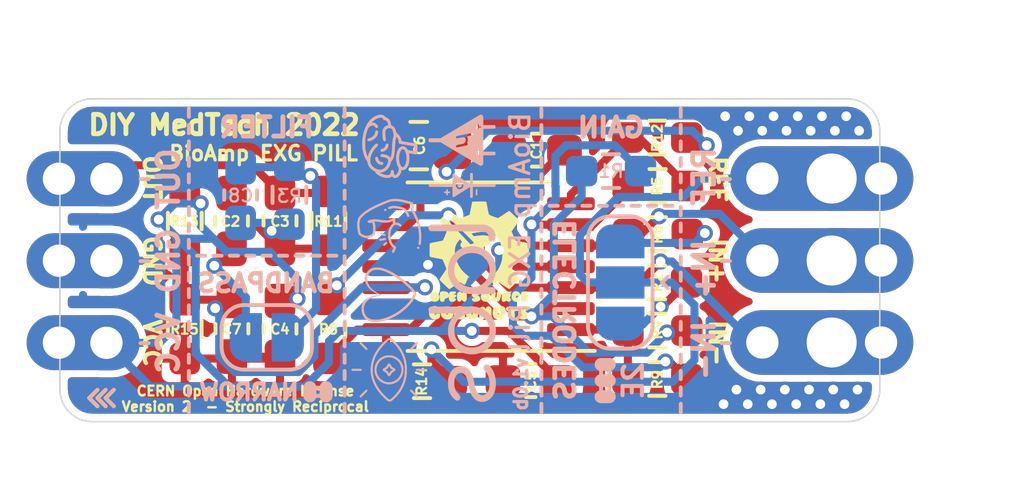
<source format=kicad_pcb>
(kicad_pcb (version 20171130) (host pcbnew 5.1.10-88a1d61d58~90~ubuntu20.04.1)
  (title_block (title "BioAmp EXG Pill") (date 2021-08-06) (rev 1.0b) (company "Upside Down Labs") (comment 1 "Records EMG, ECG, EOG, and EEG") (comment 2 "5v compatible EXG Hardware") (comment 3 "Single chip Biopotential amplifier") (comment 4 "TL074H based BioAmp"))
  (layers (0 F.Cu signal) (31 B.Cu signal) (34 B.Paste user hide) (35 F.Paste user hide) (36 B.SilkS user) (37 F.SilkS user) (38 B.Mask user) (39 F.Mask user) (44 Edge.Cuts user))
  (net 0 "")
  (net 1 VCC)
  (net 2 GND)
  (net 3 OUT)
  (net 4 "Net-(R1-Pad1)")
  (net 5 DRL)
  (net 6 ampRef)
  (net 7 inaOUT)
  (net 8 IN+)
  (net 9 IN-)
  (net 10 "Net-(C2-Pad1)")
  (net 11 "Net-(C6-Pad2)")
  (net 12 "Net-(C7-Pad1)")
  (net 13 "Net-(R1-Pad2)")
  (net 14 "Net-(R4-Pad1)")
  (net 15 "Net-(JP1-Pad3)")
  (net 16 "Net-(JP1-Pad1)")
  (net 17 bpfIN)
  (module BioAmp:Coconut_logo (layer F.Cu) (at 123.9012 94.5896)
    (fp_text reference Ref** hide)
    (fp_text value Val** hide)
  )
  (module Connector_PinHeader_2.54mm:PinHeader_1x03_P2.54mm_Vertical (layer F.Cu) (at 134.85 91.93)
    (fp_text reference J2 hide)
    (fp_text value "BioAmp Input")
    (pad 3 thru_hole oval (at 0 5.08) (size 2 2) (drill 1.55) (layers *.Cu *.Mask) (net 9 IN-))
    (pad 2 thru_hole oval (at 0 2.54) (size 2 2) (drill 1.55) (layers *.Cu *.Mask) (net 8 IN+))
    (pad 1 thru_hole oval (at 0 0) (size 2 2) (drill 1.55) (layers *.Cu *.Mask) (net 5 DRL))
  )
  (module udlabs:EXG (layer B.Cu) (at 122.2 94.4 270)
    (fp_text reference U2 hide)
    (fp_text value LOGO_UDLABS hide)
  )
  (module Jumper:SolderJumper-3_P1.3mm_Open_RoundedPad1.0x1.5mm (layer B.Cu) (at 128.3 95.15 90)
    (fp_text reference JP1 hide)
    (fp_text value SolderJumper_3_Open hide)
    (pad 2 smd rect (at 0 0 90) (size 1 1.5) (layers B.Cu B.Mask) (net 5 DRL))
    (pad 3 smd custom (at 1.3 0 90) (size 1 0.5) (layers B.Cu B.Mask) (net 15 "Net-(JP1-Pad3)") (options (clearance outline) (anchor rect)) (primitives (gr_circle (center 0 -0.25) (end 0.5 -0.25) (width 0)) (gr_circle (center 0 0.25) (end 0.5 0.25) (width 0)) (gr_poly (pts (xy -0.55 0.75) (xy 0 0.75) (xy 0 -0.75) (xy -0.55 -0.75)) (width 0))))
    (pad 1 smd custom (at -1.3 0 90) (size 1 0.5) (layers B.Cu B.Mask) (net 16 "Net-(JP1-Pad1)") (options (clearance outline) (anchor rect)) (primitives (gr_circle (center 0 -0.25) (end 0.5 -0.25) (width 0)) (gr_circle (center 0 0.25) (end 0.5 0.25) (width 0)) (gr_poly (pts (xy 0.55 0.75) (xy 0 0.75) (xy 0 -0.75) (xy 0.55 -0.75)) (width 0))))
  )
  (module Jumper:SolderJumper-2_P1.3mm_Open_RoundedPad1.0x1.5mm (layer B.Cu) (at 117.35 96.85)
    (fp_text reference JP2 hide)
    (fp_text value SolderJumper_2_Open hide)
    (pad 2 smd custom (at 0.65 0) (size 1 0.5) (layers B.Cu B.Mask) (net 3 OUT) (options (clearance outline) (anchor rect)) (primitives (gr_circle (center 0 -0.25) (end 0.5 -0.25) (width 0)) (gr_circle (center 0 0.25) (end 0.5 0.25) (width 0)) (gr_poly (pts (xy 0 0.75) (xy -0.5 0.75) (xy -0.5 -0.75) (xy 0 -0.75)) (width 0))))
    (pad 1 smd custom (at -0.65 0) (size 1 0.5) (layers B.Cu B.Mask) (net 10 "Net-(C2-Pad1)") (options (clearance outline) (anchor rect)) (primitives (gr_circle (center 0 -0.25) (end 0.5 -0.25) (width 0)) (gr_circle (center 0 0.25) (end 0.5 0.25) (width 0)) (gr_poly (pts (xy 0 0.75) (xy 0.5 0.75) (xy 0.5 -0.75) (xy 0 -0.75)) (width 0))))
  )
  (module Resistor_SMD:R_0603_1608Metric_Pad0.98x0.95mm_HandSolder (layer B.Cu) (at 118.05 92.4325 270)
    (fp_text reference R3 (at 0.0375 0 180) (layer B.SilkS) (effects (font (size 0.4 0.4) (thickness 0.07)) (justify mirror)))
    (fp_text value BPFC_R)
    (pad 2 smd roundrect (at 0.9125 0 270) (size 0.975 0.95) (layers B.Cu B.Paste B.Mask) (net 17 bpfIN))
    (pad 1 smd roundrect (at -0.9125 0 270) (size 0.975 0.95) (layers B.Cu B.Paste B.Mask) (net 3 OUT))
  )
  (module Capacitor_SMD:C_0603_1608Metric_Pad1.08x0.95mm_HandSolder (layer B.Cu) (at 116.54 92.44 270)
    (fp_text reference C8 (at 0.02 0) (layer B.SilkS) (effects (font (size 0.4 0.4) (thickness 0.07)) (justify mirror)))
    (fp_text value BPFC_C)
    (pad 2 smd roundrect (at 0.8625 0 270) (size 1.075 0.95) (layers B.Cu B.Paste B.Mask) (net 17 bpfIN))
    (pad 1 smd roundrect (at -0.8625 0 270) (size 1.075 0.95) (layers B.Cu B.Paste B.Mask) (net 3 OUT))
  )
  (module Resistor_SMD:R_0603_1608Metric_Pad0.98x0.95mm_HandSolder (layer F.Cu) (at 119.259 96.59 270)
    (fp_text reference R8 (at 0.01 0 180) (layer F.SilkS) (effects (font (size 0.3 0.3) (thickness 0.07))))
    (fp_text value 10K)
    (pad 1 smd roundrect (at -0.9125 0 270) (size 0.975 0.95) (layers F.Cu F.Paste F.Mask) (net 13 "Net-(R1-Pad2)"))
    (pad 2 smd roundrect (at 0.9125 0 270) (size 0.975 0.95) (layers F.Cu F.Paste F.Mask) (net 6 ampRef))
  )
  (module Connector_PinHeader_2.54mm:PinHeader_1x03_P2.54mm_Vertical (layer F.Cu) (at 132.7023 91.93)
    (fp_text reference J2 hide)
    (fp_text value "BioAmp Input")
    (pad 3 thru_hole oval (at 0 5.08) (size 4.5 2) (drill 1 (offset 1.25 0)) (layers *.Cu *.Mask) (net 9 IN-))
    (pad 2 thru_hole oval (at 0 2.54) (size 4.5 2) (drill 1 (offset 1.25 0)) (layers *.Cu *.Mask) (net 8 IN+))
    (pad 1 thru_hole oval (at 0 0) (size 4.5 2) (drill 1 (offset 1.25 0)) (layers *.Cu *.Mask) (net 5 DRL))
  )
  (module Capacitor_SMD:C_0603_1608Metric_Pad1.08x0.95mm_HandSolder (layer F.Cu) (at 125.709 91.05 180)
    (fp_text reference C1 (at 0 0.009 90) (layer F.SilkS) (effects (font (size 0.3 0.3) (thickness 0.07))))
    (fp_text value 2.2nF)
    (pad 2 smd roundrect (at 0.8625 0 180) (size 1.075 0.95) (layers F.Cu F.Paste F.Mask) (net 9 IN-))
    (pad 1 smd roundrect (at -0.8625 0 180) (size 1.075 0.95) (layers F.Cu F.Paste F.Mask) (net 8 IN+))
  )
  (module Capacitor_SMD:C_0603_1608Metric_Pad1.08x0.95mm_HandSolder (layer F.Cu) (at 116.2558 93.2434 90)
    (fp_text reference C2 (at -0.0166 -0.0258 180) (layer F.SilkS) (effects (font (size 0.3 0.3) (thickness 0.07))))
    (fp_text value 47nF)
    (pad 1 smd roundrect (at -0.8625 0 90) (size 1.075 0.95) (layers F.Cu F.Paste F.Mask) (net 10 "Net-(C2-Pad1)"))
    (pad 2 smd roundrect (at 0.8625 0 90) (size 1.075 0.95) (layers F.Cu F.Paste F.Mask) (net 17 bpfIN))
  )
  (module Package_SO:TSSOP-14_4.4x5mm_P0.65mm (layer F.Cu) (at 123.909 94.66 180)
    (fp_text reference U1)
    (fp_text value TL074)
    (pad 1 smd roundrect (at -2.8625 -1.95 180) (size 1.475 0.4) (layers F.Cu F.Paste F.Mask) (net 14 "Net-(R4-Pad1)"))
    (pad 2 smd roundrect (at -2.8625 -1.3 180) (size 1.475 0.4) (layers F.Cu F.Paste F.Mask) (net 13 "Net-(R1-Pad2)"))
    (pad 3 smd roundrect (at -2.8625 -0.65 180) (size 1.475 0.4) (layers F.Cu F.Paste F.Mask) (net 9 IN-))
    (pad 4 smd roundrect (at -2.8625 0 180) (size 1.475 0.4) (layers F.Cu F.Paste F.Mask) (net 1 VCC))
    (pad 5 smd roundrect (at -2.8625 0.65 180) (size 1.475 0.4) (layers F.Cu F.Paste F.Mask) (net 8 IN+))
    (pad 6 smd roundrect (at -2.8625 1.3 180) (size 1.475 0.4) (layers F.Cu F.Paste F.Mask) (net 4 "Net-(R1-Pad1)"))
    (pad 7 smd roundrect (at -2.8625 1.95 180) (size 1.475 0.4) (layers F.Cu F.Paste F.Mask) (net 7 inaOUT))
    (pad 8 smd roundrect (at 2.8625 1.95 180) (size 1.475 0.4) (layers F.Cu F.Paste F.Mask) (net 3 OUT))
    (pad 9 smd roundrect (at 2.8625 1.3 180) (size 1.475 0.4) (layers F.Cu F.Paste F.Mask) (net 17 bpfIN))
    (pad 10 smd roundrect (at 2.8625 0.65 180) (size 1.475 0.4) (layers F.Cu F.Paste F.Mask) (net 6 ampRef))
    (pad 11 smd roundrect (at 2.8625 0 180) (size 1.475 0.4) (layers F.Cu F.Paste F.Mask) (net 2 GND))
    (pad 12 smd roundrect (at 2.8625 -0.65 180) (size 1.475 0.4) (layers F.Cu F.Paste F.Mask) (net 12 "Net-(C7-Pad1)"))
    (pad 13 smd roundrect (at 2.8625 -1.3 180) (size 1.475 0.4) (layers F.Cu F.Paste F.Mask) (net 6 ampRef))
    (pad 14 smd roundrect (at 2.8625 -1.95 180) (size 1.475 0.4) (layers F.Cu F.Paste F.Mask) (net 6 ampRef))
  )
  (module Resistor_SMD:R_0603_1608Metric_Pad0.98x0.95mm_HandSolder (layer F.Cu) (at 129.4403 95.1484 180)
    (fp_text reference R2 (at -0.0097 -0.0116 90) (layer F.SilkS) (effects (font (size 0.3 0.3) (thickness 0.07))))
    (fp_text value 1M)
    (pad 1 smd roundrect (at -0.9125 0 180) (size 0.975 0.95) (layers F.Cu F.Paste F.Mask) (net 16 "Net-(JP1-Pad1)"))
    (pad 2 smd roundrect (at 0.9125 0 180) (size 0.975 0.95) (layers F.Cu F.Paste F.Mask) (net 9 IN-))
  )
  (module Resistor_SMD:R_0603_1608Metric_Pad0.98x0.95mm_HandSolder (layer F.Cu) (at 129.4638 93.6498)
    (fp_text reference R6 (at -0.0138 0.0102 90) (layer F.SilkS) (effects (font (size 0.3 0.3) (thickness 0.07))))
    (fp_text value 1M)
    (pad 1 smd roundrect (at -0.9125 0) (size 0.975 0.95) (layers F.Cu F.Paste F.Mask) (net 8 IN+))
    (pad 2 smd roundrect (at 0.9125 0) (size 0.975 0.95) (layers F.Cu F.Paste F.Mask) (net 15 "Net-(JP1-Pad3)"))
  )
  (module Resistor_SMD:R_0603_1608Metric_Pad0.98x0.95mm_HandSolder (layer B.Cu) (at 128.016 91.7 180)
    (fp_text reference R1 (at 0 0) (layer B.SilkS) (effects (font (size 0.4 0.4) (thickness 0.07)) (justify mirror)))
    (fp_text value RG)
    (pad 2 smd roundrect (at 0.9125 0 180) (size 0.975 0.95) (layers B.Cu B.Paste B.Mask) (net 13 "Net-(R1-Pad2)"))
    (pad 1 smd roundrect (at -0.9125 0 180) (size 0.975 0.95) (layers B.Cu B.Paste B.Mask) (net 4 "Net-(R1-Pad1)"))
  )
  (module Connector_PinHeader_2.54mm:PinHeader_1x03_P2.54mm_Vertical (layer F.Cu) (at 110.9091 91.9353)
    (fp_text reference J1 hide)
    (fp_text value "BioAmp Output")
    (pad 3 thru_hole oval (at 0 5.08) (size 3.5 1.7) (drill 1 (offset 0.75 0)) (layers *.Cu *.Mask) (net 1 VCC))
    (pad 2 thru_hole oval (at 0 2.54) (size 3.5 1.7) (drill 1 (offset 0.75 0)) (layers *.Cu *.Mask) (net 2 GND))
    (pad 1 thru_hole oval (at 0 0) (size 3.5 1.7) (drill 1 (offset 0.75 0)) (layers *.Cu *.Mask) (net 3 OUT))
  )
  (module Connector_PinHeader_2.54mm:PinHeader_1x03_P2.54mm_Vertical (layer F.Cu) (at 136.38 91.93)
    (fp_text reference J2 hide)
    (fp_text value "BioAmp Input")
    (pad 1 thru_hole oval (at 0 0) (size 3.5 2) (drill 1 (offset -0.75 0)) (layers *.Cu *.Mask) (net 5 DRL))
    (pad 2 thru_hole oval (at 0 2.54) (size 3.5 2) (drill 1 (offset -0.75 0)) (layers *.Cu *.Mask) (net 8 IN+))
    (pad 3 thru_hole oval (at 0 5.08) (size 3.5 2) (drill 1 (offset -0.75 0)) (layers *.Cu *.Mask) (net 9 IN-))
  )
  (module Capacitor_SMD:C_0805_2012Metric_Pad1.18x1.45mm_HandSolder (layer F.Cu) (at 122.059 90.91)
    (fp_text reference C6 (at 0.0275 -0.005 90) (layer F.SilkS) (effects (font (size 0.3 0.3) (thickness 0.07))))
    (fp_text value 47uF)
    (pad 1 smd roundrect (at -1.0375 0) (size 1.175 1.45) (layers F.Cu F.Paste F.Mask) (roundrect_rratio 0.2127659574468085) (net 17 bpfIN))
    (pad 2 smd roundrect (at 1.0375 0) (size 1.175 1.45) (layers F.Cu F.Paste F.Mask) (roundrect_rratio 0.2127659574468085) (net 11 "Net-(C6-Pad2)"))
  )
  (module Capacitor_SMD:C_0603_1608Metric_Pad1.08x0.95mm_HandSolder (layer F.Cu) (at 125.529 98.19)
    (fp_text reference C5 (at 0 0 90) (layer F.SilkS) (effects (font (size 0.3 0.3) (thickness 0.07))))
    (fp_text value 4.7uF)
    (pad 1 smd roundrect (at -0.8625 0) (size 1.075 0.95) (layers F.Cu F.Paste F.Mask) (net 2 GND))
    (pad 2 smd roundrect (at 0.8625 0) (size 1.075 0.95) (layers F.Cu F.Paste F.Mask) (net 1 VCC))
  )
  (module Resistor_SMD:R_0603_1608Metric_Pad0.98x0.95mm_HandSolder (layer F.Cu) (at 122.159 98.21 180)
    (fp_text reference R14 (at 0.009 -0.01 90) (layer F.SilkS) (effects (font (size 0.3 0.3) (thickness 0.07))))
    (fp_text value 1k)
    (pad 1 smd roundrect (at -0.9125 0 180) (size 0.975 0.95) (layers F.Cu F.Paste F.Mask) (net 5 DRL))
    (pad 2 smd roundrect (at 0.9125 0 180) (size 0.975 0.95) (layers F.Cu F.Paste F.Mask) (net 6 ampRef))
  )
  (module Resistor_SMD:R_0603_1608Metric_Pad0.98x0.95mm_HandSolder (layer F.Cu) (at 114.808 96.5962 90)
    (fp_text reference R15 (at -0.0038 -0.008 180) (layer F.SilkS) (effects (font (size 0.3 0.3) (thickness 0.07))))
    (fp_text value 10K)
    (pad 1 smd roundrect (at -0.9125 0 90) (size 0.975 0.95) (layers F.Cu F.Paste F.Mask) (net 2 GND))
    (pad 2 smd roundrect (at 0.9125 0 90) (size 0.975 0.95) (layers F.Cu F.Paste F.Mask) (net 12 "Net-(C7-Pad1)"))
  )
  (module Resistor_SMD:R_0603_1608Metric_Pad0.98x0.95mm_HandSolder (layer F.Cu) (at 114.808 93.2453 90)
    (fp_text reference R13 (at -0.0147 -0.008 180) (layer F.SilkS) (effects (font (size 0.3 0.3) (thickness 0.07))))
    (fp_text value 10K)
    (pad 1 smd roundrect (at -0.9125 0 90) (size 0.975 0.95) (layers F.Cu F.Paste F.Mask) (net 12 "Net-(C7-Pad1)"))
    (pad 2 smd roundrect (at 0.9125 0 90) (size 0.975 0.95) (layers F.Cu F.Paste F.Mask) (net 1 VCC))
  )
  (module Resistor_SMD:R_0603_1608Metric_Pad0.98x0.95mm_HandSolder (layer F.Cu) (at 119.259 93.24 270)
    (fp_text reference R11 (at 0.02 0 180) (layer F.SilkS) (effects (font (size 0.3 0.3) (thickness 0.07))))
    (fp_text value 1M)
    (pad 1 smd roundrect (at -0.9125 0 270) (size 0.975 0.95) (layers F.Cu F.Paste F.Mask) (net 3 OUT))
    (pad 2 smd roundrect (at 0.9125 0 270) (size 0.975 0.95) (layers F.Cu F.Paste F.Mask) (net 17 bpfIN))
  )
  (module Resistor_SMD:R_0603_1608Metric_Pad0.98x0.95mm_HandSolder (layer F.Cu) (at 129.449 90.66 180)
    (fp_text reference R12 (at -0.001 -0.01 90) (layer F.SilkS) (effects (font (size 0.3 0.3) (thickness 0.07))))
    (fp_text value 1K)
    (pad 1 smd roundrect (at -0.9125 0 180) (size 0.975 0.95) (layers F.Cu F.Paste F.Mask) (net 11 "Net-(C6-Pad2)"))
    (pad 2 smd roundrect (at 0.9125 0 180) (size 0.975 0.95) (layers F.Cu F.Paste F.Mask) (net 7 inaOUT))
  )
  (module Resistor_SMD:R_0603_1608Metric_Pad0.98x0.95mm_HandSolder (layer F.Cu) (at 129.459 92.16 180)
    (fp_text reference R5 (at 0.009 0 270) (layer F.SilkS) (effects (font (size 0.3 0.3) (thickness 0.07))))
    (fp_text value 10K)
    (pad 1 smd roundrect (at -0.9125 0 180) (size 0.975 0.95) (layers F.Cu F.Paste F.Mask) (net 7 inaOUT))
    (pad 2 smd roundrect (at 0.9125 0 180) (size 0.975 0.95) (layers F.Cu F.Paste F.Mask) (net 4 "Net-(R1-Pad1)"))
  )
  (module Resistor_SMD:R_0603_1608Metric_Pad0.98x0.95mm_HandSolder (layer F.Cu) (at 129.449 98.14 180)
    (fp_text reference R9 (at -0.001 -0.02 90) (layer F.SilkS) (effects (font (size 0.3 0.3) (thickness 0.07))))
    (fp_text value 1K)
    (pad 1 smd roundrect (at -0.9125 0 180) (size 0.975 0.95) (layers F.Cu F.Paste F.Mask) (net 4 "Net-(R1-Pad1)"))
    (pad 2 smd roundrect (at 0.9125 0 180) (size 0.975 0.95) (layers F.Cu F.Paste F.Mask) (net 14 "Net-(R4-Pad1)"))
  )
  (module Resistor_SMD:R_0603_1608Metric_Pad0.98x0.95mm_HandSolder (layer F.Cu) (at 129.449 96.64)
    (fp_text reference R4 (at 0.001 -0.02 90) (layer F.SilkS) (effects (font (size 0.3 0.3) (thickness 0.07))))
    (fp_text value 1K)
    (pad 1 smd roundrect (at -0.9125 0) (size 0.975 0.95) (layers F.Cu F.Paste F.Mask) (net 14 "Net-(R4-Pad1)"))
    (pad 2 smd roundrect (at 0.9125 0) (size 0.975 0.95) (layers F.Cu F.Paste F.Mask) (net 13 "Net-(R1-Pad2)"))
  )
  (module Connector_PinHeader_2.54mm:PinHeader_1x03_P2.54mm_Vertical (layer F.Cu) (at 112.3828 91.94)
    (fp_text reference J1 hide)
    (fp_text value "BioAmp Output")
    (pad 1 thru_hole oval (at 0 0) (size 2 1.7) (drill 1) (layers *.Cu *.Mask) (net 3 OUT))
    (pad 2 thru_hole oval (at 0 2.54) (size 2 1.7) (drill 1) (layers *.Cu *.Mask) (net 2 GND))
    (pad 3 thru_hole oval (at 0 5.08) (size 2 1.7) (drill 1) (layers *.Cu *.Mask) (net 1 VCC))
  )
  (module Capacitor_SMD:C_0603_1608Metric_Pad1.08x0.95mm_HandSolder (layer F.Cu) (at 117.759 96.59 90)
    (fp_text reference C4 (at -0.01 0) (layer F.SilkS) (effects (font (size 0.3 0.3) (thickness 0.07))))
    (fp_text value 100nF)
    (pad 1 smd roundrect (at -0.8625 0 90) (size 1.075 0.95) (layers F.Cu F.Paste F.Mask) (net 2 GND))
    (pad 2 smd roundrect (at 0.8625 0 90) (size 1.075 0.95) (layers F.Cu F.Paste F.Mask) (net 1 VCC))
  )
  (module Capacitor_SMD:C_0603_1608Metric_Pad1.08x0.95mm_HandSolder (layer F.Cu) (at 116.2685 96.5835 270)
    (fp_text reference C7 (at 0.0165 0 180) (layer F.SilkS) (effects (font (size 0.3 0.3) (thickness 0.07))))
    (fp_text value 220nF)
    (pad 1 smd roundrect (at -0.8625 0 270) (size 1.075 0.95) (layers F.Cu F.Paste F.Mask) (net 12 "Net-(C7-Pad1)"))
    (pad 2 smd roundrect (at 0.8625 0 270) (size 1.075 0.95) (layers F.Cu F.Paste F.Mask) (net 2 GND))
  )
  (module Capacitor_SMD:C_0603_1608Metric_Pad1.08x0.95mm_HandSolder (layer F.Cu) (at 117.759 93.24 270)
    (fp_text reference C3 (at 0.02 0 180) (layer F.SilkS) (effects (font (size 0.3 0.3) (thickness 0.07))))
    (fp_text value 47nF)
    (pad 1 smd roundrect (at -0.8625 0 270) (size 1.075 0.95) (layers F.Cu F.Paste F.Mask) (net 3 OUT))
    (pad 2 smd roundrect (at 0.8625 0 270) (size 1.075 0.95) (layers F.Cu F.Paste F.Mask) (net 17 bpfIN))
  )
  (gr_text "BioAmp EXG PILL" (at 117.25 91.15) (layer F.SilkS) (effects (font (size 0.45 0.45) (thickness 0.1))))
  (gr_text ELECTRODES (at 126.6 96 90) (layer B.SilkS) (effects (font (size 0.6 0.6)) (justify mirror)))
  (gr_line (start 129.775605 95.329605) (end 129.596 95.15) (layer B.SilkS) (width 0.12))
  (gr_line (start 129.596 95.15) (end 129.775605 94.970395) (layer B.SilkS) (width 0.12))
  (gr_text "BioAmp EXG Pill" (at 125.1966 93.599 90) (layer B.SilkS) (effects (font (size 0.6 0.6) (thickness 0.1)) (justify mirror)))
  (gr_text BANDPASS (at 117.325 95.17) (layer B.SilkS) (effects (font (size 0.55 0.55) (thickness 0.1375)) (justify mirror)))
  (gr_line (start 119.1851 98.4097) (end 118.6851 98.4097) (layer B.SilkS) (width 0.12))
  (gr_line (start 118.6851 98.6637) (end 119.1851 98.6637) (layer B.SilkS) (width 0.12))
  (gr_line (start 119.1851 98.6637) (end 119.1851 98.4097) (layer B.SilkS) (width 0.4))
  (gr_line (start 127.96 98.19) (end 127.96 98.69) (layer B.SilkS) (width 0.12))
  (gr_line (start 127.96 97.69) (end 127.96 98.19) (layer B.SilkS) (width 0.12))
  (gr_line (start 127.706 98.19) (end 127.706 98.69) (layer B.SilkS) (width 0.12))
  (gr_line (start 127.706 97.69) (end 127.706 98.19) (layer B.SilkS) (width 0.12))
  (gr_line (start 127.706 98.69) (end 127.96 98.69) (layer B.SilkS) (width 0.4))
  (gr_line (start 127.706 98.19) (end 127.96 98.19) (layer B.SilkS) (width 0.4))
  (gr_line (start 119.761 93.3196) (end 119.761 93.5736) (layer B.SilkS) (width 0.12))
  (gr_line (start 112.6109 98.4758) (end 112.3569 98.7298) (layer F.SilkS) (width 0.12))
  (gr_text 2E (at 128.7 98.2 90) (layer B.SilkS) (effects (font (size 0.6 0.6) (thickness 0.125)) (justify mirror)))
  (gr_line (start 127.706 97.69) (end 127.96 97.69) (layer B.SilkS) (width 0.4))
  (gr_line (start 126.111 92.7735) (end 126.365 92.7735) (layer B.SilkS) (width 0.12))
  (gr_line (start 129.159 92.7735) (end 129.413 92.7735) (layer B.SilkS) (width 0.12))
  (gr_line (start 128.651 92.7735) (end 128.905 92.7735) (layer B.SilkS) (width 0.12))
  (gr_line (start 127.635 92.7735) (end 127.889 92.7735) (layer B.SilkS) (width 0.12))
  (gr_line (start 129.667 92.7735) (end 129.921 92.7735) (layer B.SilkS) (width 0.12))
  (gr_line (start 126.619 92.7735) (end 126.873 92.7735) (layer B.SilkS) (width 0.12))
  (gr_line (start 127.127 92.7735) (end 127.381 92.7735) (layer B.SilkS) (width 0.12))
  (gr_line (start 128.143 92.7735) (end 128.397 92.7735) (layer B.SilkS) (width 0.12))
  (gr_line (start 116.205 94.3205) (end 116.459 94.3205) (layer B.SilkS) (width 0.12))
  (gr_line (start 115.697 94.3205) (end 115.951 94.3205) (layer B.SilkS) (width 0.12))
  (gr_line (start 117.221 94.3205) (end 117.475 94.3205) (layer B.SilkS) (width 0.12))
  (gr_line (start 118.745 94.3205) (end 118.999 94.3205) (layer B.SilkS) (width 0.12))
  (gr_line (start 119.253 94.3205) (end 119.507 94.3205) (layer B.SilkS) (width 0.12))
  (gr_line (start 117.729 94.3205) (end 117.983 94.3205) (layer B.SilkS) (width 0.12))
  (gr_line (start 116.713 94.3205) (end 116.967 94.3205) (layer B.SilkS) (width 0.12))
  (gr_line (start 118.237 94.3205) (end 118.491 94.3205) (layer B.SilkS) (width 0.12))
  (gr_line (start 115.189 94.3205) (end 115.443 94.3205) (layer B.SilkS) (width 0.12))
  (gr_text NARROW (at 116.8 98.55) (layer B.SilkS) (effects (font (size 0.5 0.5) (thickness 0.125)) (justify mirror)))
  (gr_line (start 118.6851 98.6637) (end 118.6851 98.4097) (layer B.SilkS) (width 0.4))
  (gr_text GAIN (at 128.016 90.35) (layer B.SilkS) (effects (font (size 0.6 0.6)) (justify mirror)))
  (gr_line (start 125.857 95.3516) (end 125.857 95.6056) (layer B.SilkS) (width 0.12))
  (gr_line (start 125.857 94.3356) (end 125.857 94.5896) (layer B.SilkS) (width 0.12))
  (gr_line (start 125.857 90.2716) (end 125.857 90.5256) (layer B.SilkS) (width 0.12))
  (gr_line (start 125.857 90.7796) (end 125.857 91.0336) (layer B.SilkS) (width 0.12))
  (gr_line (start 125.857 97.8916) (end 125.857 98.1456) (layer B.SilkS) (width 0.12))
  (gr_line (start 125.857 92.3036) (end 125.857 92.5576) (layer B.SilkS) (width 0.12))
  (gr_line (start 125.857 96.3676) (end 125.857 96.6216) (layer B.SilkS) (width 0.12))
  (gr_line (start 125.857 93.8276) (end 125.857 94.0816) (layer B.SilkS) (width 0.12))
  (gr_line (start 125.857 98.3996) (end 125.857 98.6536) (layer B.SilkS) (width 0.12))
  (gr_line (start 125.857 95.8596) (end 125.857 96.1136) (layer B.SilkS) (width 0.12))
  (gr_line (start 125.857 96.8756) (end 125.857 97.1296) (layer B.SilkS) (width 0.12))
  (gr_line (start 125.857 94.8436) (end 125.857 95.0976) (layer B.SilkS) (width 0.12))
  (gr_line (start 125.857 92.8116) (end 125.857 93.0656) (layer B.SilkS) (width 0.12))
  (gr_line (start 125.857 98.9076) (end 125.857 99.1616) (layer B.SilkS) (width 0.12))
  (gr_line (start 125.857 91.2876) (end 125.857 91.5416) (layer B.SilkS) (width 0.12))
  (gr_line (start 125.857 93.3196) (end 125.857 93.5736) (layer B.SilkS) (width 0.12))
  (gr_line (start 125.857 91.7956) (end 125.857 92.0496) (layer B.SilkS) (width 0.12))
  (gr_line (start 125.857 97.3836) (end 125.857 97.6376) (layer B.SilkS) (width 0.12))
  (gr_line (start 125.857 89.7636) (end 125.857 90.0176) (layer B.SilkS) (width 0.12))
  (gr_line (start 119.761 95.3516) (end 119.761 95.6056) (layer B.SilkS) (width 0.12))
  (gr_line (start 119.761 94.3356) (end 119.761 94.5896) (layer B.SilkS) (width 0.12))
  (gr_line (start 119.761 90.2716) (end 119.761 90.5256) (layer B.SilkS) (width 0.12))
  (gr_line (start 119.761 90.7796) (end 119.761 91.0336) (layer B.SilkS) (width 0.12))
  (gr_line (start 119.761 97.8916) (end 119.761 98.1456) (layer B.SilkS) (width 0.12))
  (gr_line (start 119.761 92.3036) (end 119.761 92.5576) (layer B.SilkS) (width 0.12))
  (gr_line (start 119.761 96.3676) (end 119.761 96.6216) (layer B.SilkS) (width 0.12))
  (gr_line (start 119.761 93.8276) (end 119.761 94.0816) (layer B.SilkS) (width 0.12))
  (gr_line (start 119.761 98.3996) (end 119.761 98.6536) (layer B.SilkS) (width 0.12))
  (gr_line (start 119.761 95.8596) (end 119.761 96.1136) (layer B.SilkS) (width 0.12))
  (gr_line (start 119.761 96.8756) (end 119.761 97.1296) (layer B.SilkS) (width 0.12))
  (gr_line (start 119.761 94.8436) (end 119.761 95.0976) (layer B.SilkS) (width 0.12))
  (gr_line (start 119.761 92.8116) (end 119.761 93.0656) (layer B.SilkS) (width 0.12))
  (gr_line (start 119.761 98.9076) (end 119.761 99.1616) (layer B.SilkS) (width 0.12))
  (gr_line (start 119.761 91.2876) (end 119.761 91.5416) (layer B.SilkS) (width 0.12))
  (gr_line (start 119.761 91.7956) (end 119.761 92.0496) (layer B.SilkS) (width 0.12))
  (gr_line (start 119.761 97.3836) (end 119.761 97.6376) (layer B.SilkS) (width 0.12))
  (gr_line (start 119.761 89.7636) (end 119.761 90.0176) (layer B.SilkS) (width 0.12))
  (gr_line (start 130.175 95.3516) (end 130.175 95.6056) (layer B.SilkS) (width 0.12))
  (gr_line (start 130.175 94.3356) (end 130.175 94.5896) (layer B.SilkS) (width 0.12))
  (gr_line (start 130.175 90.2716) (end 130.175 90.5256) (layer B.SilkS) (width 0.12))
  (gr_line (start 130.175 90.7796) (end 130.175 91.0336) (layer B.SilkS) (width 0.12))
  (gr_line (start 130.175 97.8916) (end 130.175 98.1456) (layer B.SilkS) (width 0.12))
  (gr_line (start 130.175 92.3036) (end 130.175 92.5576) (layer B.SilkS) (width 0.12))
  (gr_line (start 130.175 96.3676) (end 130.175 96.6216) (layer B.SilkS) (width 0.12))
  (gr_line (start 130.175 93.8276) (end 130.175 94.0816) (layer B.SilkS) (width 0.12))
  (gr_line (start 130.175 98.3996) (end 130.175 98.6536) (layer B.SilkS) (width 0.12))
  (gr_line (start 130.175 95.8596) (end 130.175 96.1136) (layer B.SilkS) (width 0.12))
  (gr_line (start 130.175 96.8756) (end 130.175 97.1296) (layer B.SilkS) (width 0.12))
  (gr_line (start 130.175 94.8436) (end 130.175 95.0976) (layer B.SilkS) (width 0.12))
  (gr_line (start 130.175 92.8116) (end 130.175 93.0656) (layer B.SilkS) (width 0.12))
  (gr_line (start 130.175 98.9076) (end 130.175 99.1616) (layer B.SilkS) (width 0.12))
  (gr_line (start 130.175 91.2876) (end 130.175 91.5416) (layer B.SilkS) (width 0.12))
  (gr_line (start 130.175 93.3196) (end 130.175 93.5736) (layer B.SilkS) (width 0.12))
  (gr_line (start 130.175 91.7956) (end 130.175 92.0496) (layer B.SilkS) (width 0.12))
  (gr_line (start 130.175 97.3836) (end 130.175 97.6376) (layer B.SilkS) (width 0.12))
  (gr_line (start 130.175 89.7636) (end 130.175 90.0176) (layer B.SilkS) (width 0.12))
  (gr_line (start 131.445 91.948) (end 131.699 91.948) (layer B.SilkS) (width 0.12))
  (gr_line (start 131.445 94.488) (end 131.699 94.488) (layer B.SilkS) (width 0.12))
  (gr_line (start 131.445 97.028) (end 131.699 97.028) (layer B.SilkS) (width 0.12))
  (gr_line (start 113.4364 91.948) (end 113.6904 91.948) (layer B.SilkS) (width 0.12))
  (gr_line (start 113.4364 94.488) (end 113.6904 94.488) (layer B.SilkS) (width 0.12))
  (gr_line (start 113.4364 97.028) (end 113.6904 97.028) (layer B.SilkS) (width 0.12))
  (gr_line (start 114.935 97.8916) (end 114.935 98.1456) (layer B.SilkS) (width 0.12))
  (gr_line (start 114.935 98.9076) (end 114.935 99.1616) (layer B.SilkS) (width 0.12))
  (gr_line (start 114.935 98.3996) (end 114.935 98.6536) (layer B.SilkS) (width 0.12))
  (gr_line (start 114.935 97.3836) (end 114.935 97.6376) (layer B.SilkS) (width 0.12))
  (gr_line (start 114.935 94.3356) (end 114.935 94.5896) (layer B.SilkS) (width 0.12))
  (gr_line (start 114.935 94.8436) (end 114.935 95.0976) (layer B.SilkS) (width 0.12))
  (gr_line (start 114.935 96.3676) (end 114.935 96.6216) (layer B.SilkS) (width 0.12))
  (gr_line (start 114.935 93.3196) (end 114.935 93.5736) (layer B.SilkS) (width 0.12))
  (gr_line (start 114.935 96.8756) (end 114.935 97.1296) (layer B.SilkS) (width 0.12))
  (gr_line (start 114.935 95.3516) (end 114.935 95.6056) (layer B.SilkS) (width 0.12))
  (gr_line (start 114.935 95.8596) (end 114.935 96.1136) (layer B.SilkS) (width 0.12))
  (gr_line (start 114.935 93.8276) (end 114.935 94.0816) (layer B.SilkS) (width 0.12))
  (gr_line (start 114.935 92.3036) (end 114.935 92.5576) (layer B.SilkS) (width 0.12))
  (gr_line (start 114.935 92.8116) (end 114.935 93.0656) (layer B.SilkS) (width 0.12))
  (gr_line (start 114.935 91.2876) (end 114.935 91.5416) (layer B.SilkS) (width 0.12))
  (gr_line (start 114.935 91.7956) (end 114.935 92.0496) (layer B.SilkS) (width 0.12))
  (gr_line (start 114.935 90.2716) (end 114.935 90.5256) (layer B.SilkS) (width 0.12))
  (gr_line (start 114.935 90.7796) (end 114.935 91.0336) (layer B.SilkS) (width 0.12))
  (gr_line (start 114.935 89.7636) (end 114.935 90.0176) (layer B.SilkS) (width 0.12))
  (gr_text FILTER (at 117.348 90.3446) (layer B.SilkS) (effects (font (size 0.6 0.6)) (justify mirror)))
  (gr_text OUT (at 114.3 91.948 90) (layer B.SilkS) (effects (font (size 0.65 0.65)) (justify mirror)))
  (gr_line (start 112.3569 98.4758) (end 112.1029 98.7298) (layer F.SilkS) (width 0.12))
  (gr_line (start 112.1029 98.4758) (end 111.8489 98.7298) (layer F.SilkS) (width 0.12))
  (gr_line (start 112.3569 98.7298) (end 112.6109 98.9838) (layer F.SilkS) (width 0.12))
  (gr_line (start 111.8489 98.7298) (end 112.1029 98.9838) (layer F.SilkS) (width 0.12))
  (gr_line (start 112.1029 98.7298) (end 112.3569 98.9838) (layer F.SilkS) (width 0.12))
  (gr_line (start 112.3569 98.7298) (end 112.6109 98.4758) (layer B.SilkS) (width 0.12))
  (gr_line (start 112.6109 98.9838) (end 112.3569 98.7298) (layer B.SilkS) (width 0.12))
  (gr_line (start 112.1029 98.9838) (end 111.8489 98.7298) (layer B.SilkS) (width 0.12))
  (gr_line (start 111.8489 98.7298) (end 112.1029 98.4758) (layer B.SilkS) (width 0.12))
  (gr_line (start 112.3569 98.9838) (end 112.1029 98.7298) (layer B.SilkS) (width 0.12))
  (gr_line (start 112.1029 98.7298) (end 112.3569 98.4758) (layer B.SilkS) (width 0.12))
  (gr_text REF (at 131.318 91.948 270) (layer F.SilkS) (effects (font (size 0.5 0.5) (thickness 0.125))))
  (gr_text IN+ (at 131.318 94.488 270) (layer F.SilkS) (effects (font (size 0.5 0.5) (thickness 0.125))))
  (gr_text IN- (at 131.318 97.028 270) (layer F.SilkS) (effects (font (size 0.5 0.5) (thickness 0.125))))
  (gr_text VCC (at 113.792 97.028 -90) (layer F.SilkS) (effects (font (size 0.5 0.5) (thickness 0.125))))
  (gr_text GND (at 113.792 94.488 -90) (layer F.SilkS) (effects (font (size 0.5 0.5) (thickness 0.125))))
  (gr_text OUT (at 113.792 91.948 -90) (layer F.SilkS) (effects (font (size 0.5 0.5) (thickness 0.125))))
  (gr_text VCC (at 114.3 97.028 90) (layer B.SilkS) (effects (font (size 0.65 0.65)) (justify mirror)))
  (gr_text GND (at 114.3 94.488 90) (layer B.SilkS) (effects (font (size 0.65 0.65)) (justify mirror)))
  (gr_text IN- (at 130.8989 97.2566 90) (layer B.SilkS) (effects (font (size 0.65 0.65)) (justify mirror)))
  (gr_text IN+ (at 130.8989 94.742 90) (layer B.SilkS) (effects (font (size 0.65 0.65)) (justify mirror)))
  (gr_text REF (at 130.8989 91.8845 90) (layer B.SilkS) (effects (font (size 0.65 0.65)) (justify mirror)))
  (gr_text v1.0b (at 125.222 98.298 90) (layer B.SilkS) (effects (font (size 0.4 0.4) (thickness 0.1)) (justify mirror)))
  (gr_text "DIY MedTech 2022" (at 116.0272 90.2716) (layer F.SilkS) (effects (font (size 0.6 0.6))))
  (gr_line (start 111.94 89.46) (end 135.34 89.46) (layer Edge.Cuts) (width 0.05))
  (gr_line (start 111.94 99.46) (end 135.34 99.46) (layer Edge.Cuts) (width 0.05))
  (gr_line (start 110.94 98.46) (end 110.94 90.46) (layer Edge.Cuts) (width 0.05))
  (gr_line (start 136.34 90.46) (end 136.34 98.46) (layer Edge.Cuts) (width 0.05))
  (gr_text "CERN Open Hardware License\nVersion 2  - Strongly Reciprocal" (at 116.6876 98.7552) (layer F.SilkS) (effects (font (size 0.3 0.3) (thickness 0.075))))
  (gr_arc (start 135.34 90.46) (end 136.34 90.46) (angle -90) (layer Edge.Cuts) (width 0.05))
  (gr_arc (start 135.34 98.46) (end 135.34 99.46) (angle -90) (layer Edge.Cuts) (width 0.05))
  (gr_arc (start 111.94 98.46) (end 110.94 98.46) (angle -90) (layer Edge.Cuts) (width 0.05))
  (gr_arc (start 111.94 90.46) (end 111.94 89.46) (angle -90) (layer Edge.Cuts) (width 0.05))
  (via (at 118.3 95.65) (size 0.5) (drill 0.3) (layers F.Cu B.Cu) (net 1))
  (segment (start 118.3225 95.7275) (end 118.4 95.65) (width 0.25) (layer F.Cu) (net 1))
  (segment (start 117.759 95.7275) (end 118.3225 95.7275) (width 0.25) (layer F.Cu) (net 1))
  (segment (start 116.10449 94.2) (end 117.45 94.2) (width 0.25) (layer B.Cu) (net 1))
  (segment (start 118.3 95.05) (end 118.3 95.65) (width 0.25) (layer B.Cu) (net 1))
  (segment (start 117.45 94.2) (end 118.3 95.05) (width 0.25) (layer B.Cu) (net 1))
  (via (at 123.7 96.65) (size 0.5) (drill 0.3) (layers F.Cu B.Cu) (net 1))
  (segment (start 124.8515 96.65) (end 123.7 96.65) (width 0.25) (layer F.Cu) (net 1))
  (segment (start 126.3915 98.19) (end 124.8515 96.65) (width 0.25) (layer F.Cu) (net 1))
  (segment (start 118.524728 98.37502) (end 116.175271 98.375019) (width 0.25) (layer B.Cu) (net 1))
  (segment (start 116.175271 98.375019) (end 115.14812 97.347868) (width 0.25) (layer B.Cu) (net 1))
  (segment (start 119.275019 97.624729) (end 118.524728 98.37502) (width 0.25) (layer B.Cu) (net 1))
  (segment (start 119.27502 96.97498) (end 119.275019 97.624729) (width 0.25) (layer B.Cu) (net 1))
  (segment (start 119.6 96.65) (end 119.27502 96.97498) (width 0.25) (layer B.Cu) (net 1))
  (via (at 124.55 94.15) (size 0.5) (drill 0.3) (layers F.Cu B.Cu) (net 1))
  (segment (start 125.06 94.66) (end 124.55 94.15) (width 0.25) (layer F.Cu) (net 1))
  (segment (start 126.7715 94.66) (end 125.06 94.66) (width 0.25) (layer F.Cu) (net 1))
  (segment (start 124.55 94.85) (end 122.75 96.65) (width 0.25) (layer B.Cu) (net 1))
  (segment (start 124.55 94.15) (end 124.55 94.85) (width 0.25) (layer B.Cu) (net 1))
  (segment (start 122.75 96.65) (end 119.6 96.65) (width 0.25) (layer B.Cu) (net 1))
  (segment (start 123.7 96.65) (end 122.75 96.65) (width 0.25) (layer B.Cu) (net 1))
  (via (at 114 93.2) (size 0.5) (drill 0.3) (layers F.Cu B.Cu) (net 1))
  (segment (start 114.808 92.392) (end 114 93.2) (width 0.25) (layer F.Cu) (net 1))
  (segment (start 114.808 92.3328) (end 114.808 92.392) (width 0.25) (layer F.Cu) (net 1))
  (segment (start 114.55 96.5) (end 114.55 93.75) (width 0.25) (layer B.Cu) (net 1))
  (segment (start 114.55 93.75) (end 114 93.2) (width 0.25) (layer B.Cu) (net 1))
  (segment (start 114.03 97.02) (end 114.55 96.5) (width 0.25) (layer B.Cu) (net 1))
  (segment (start 112.3828 97.02) (end 114.03 97.02) (width 0.25) (layer B.Cu) (net 1))
  (segment (start 114.59551 93.79551) (end 114 93.2) (width 0.25) (layer B.Cu) (net 1))
  (segment (start 115.7 93.79551) (end 114.59551 93.79551) (width 0.25) (layer B.Cu) (net 1))
  (segment (start 115.14812 94.34812) (end 114.59551 93.79551) (width 0.25) (layer B.Cu) (net 1))
  (segment (start 115.14812 97.347868) (end 115.14812 94.34812) (width 0.25) (layer B.Cu) (net 1))
  (via (at 115.3 92.7) (size 0.5) (drill 0.3) (layers F.Cu B.Cu) (net 1))
  (segment (start 114.9328 92.3328) (end 115.3 92.7) (width 0.25) (layer F.Cu) (net 1))
  (segment (start 114.808 92.3328) (end 114.9328 92.3328) (width 0.25) (layer F.Cu) (net 1))
  (segment (start 115.3 93.39551) (end 115.902245 93.997755) (width 0.25) (layer B.Cu) (net 1))
  (segment (start 115.3 92.7) (end 115.3 93.39551) (width 0.25) (layer B.Cu) (net 1))
  (segment (start 115.902245 93.997755) (end 116.10449 94.2) (width 0.25) (layer B.Cu) (net 1))
  (segment (start 115.7 93.79551) (end 115.902245 93.997755) (width 0.25) (layer B.Cu) (net 1))
  (segment (start 114.5 92.7) (end 114 93.2) (width 0.25) (layer B.Cu) (net 1))
  (segment (start 115.3 92.7) (end 114.5 92.7) (width 0.25) (layer B.Cu) (net 1))
  (segment (start 113.737819 98.375019) (end 112.3828 97.02) (width 0.25) (layer B.Cu) (net 1))
  (segment (start 116.175271 98.375019) (end 113.737819 98.375019) (width 0.25) (layer B.Cu) (net 1))
  (segment (start 117.7028 97.5087) (end 117.759 97.4525) (width 0.25) (layer F.Cu) (net 2))
  (segment (start 114.808 97.5087) (end 117.7028 97.5087) (width 0.25) (layer F.Cu) (net 2))
  (via (at 122.343575 94.601886) (size 0.5) (drill 0.3) (layers F.Cu B.Cu) (net 2))
  (segment (start 122.285461 94.66) (end 122.343575 94.601886) (width 0.25) (layer F.Cu) (net 2))
  (segment (start 121.0465 94.66) (end 122.285461 94.66) (width 0.25) (layer F.Cu) (net 2))
  (via (at 131.95 90.45) (size 0.5) (drill 0.3) (layers F.Cu B.Cu) (net 2))
  (via (at 132.7 90.45) (size 0.5) (drill 0.3) (layers F.Cu B.Cu) (net 2))
  (via (at 133.45 90.45) (size 0.5) (drill 0.3) (layers F.Cu B.Cu) (net 2))
  (via (at 134.2 90.45) (size 0.5) (drill 0.3) (layers F.Cu B.Cu) (net 2))
  (via (at 134.95 90.45) (size 0.5) (drill 0.3) (layers F.Cu B.Cu) (net 2))
  (via (at 135.7 90.45) (size 0.5) (drill 0.3) (layers F.Cu B.Cu) (net 2))
  (via (at 132.3 90) (size 0.5) (drill 0.3) (layers F.Cu B.Cu) (net 2))
  (via (at 135.3 90) (size 0.5) (drill 0.3) (layers F.Cu B.Cu) (net 2))
  (via (at 134.55 90) (size 0.5) (drill 0.3) (layers F.Cu B.Cu) (net 2))
  (via (at 131.55 90) (size 0.5) (drill 0.3) (layers F.Cu B.Cu) (net 2))
  (via (at 133.05 90) (size 0.5) (drill 0.3) (layers F.Cu B.Cu) (net 2))
  (via (at 133.8 90) (size 0.5) (drill 0.3) (layers F.Cu B.Cu) (net 2))
  (via (at 135.25 98.92) (size 0.5) (drill 0.3) (layers F.Cu B.Cu) (net 2))
  (via (at 133 98.92) (size 0.5) (drill 0.3) (layers F.Cu B.Cu) (net 2))
  (via (at 132.65 98.47) (size 0.5) (drill 0.3) (layers F.Cu B.Cu) (net 2))
  (via (at 135.65 98.47) (size 0.5) (drill 0.3) (layers F.Cu B.Cu) (net 2))
  (via (at 132.25 98.92) (size 0.5) (drill 0.3) (layers F.Cu B.Cu) (net 2))
  (via (at 134.9 98.47) (size 0.5) (drill 0.3) (layers F.Cu B.Cu) (net 2))
  (via (at 131.5 98.92) (size 0.5) (drill 0.3) (layers F.Cu B.Cu) (net 2))
  (via (at 131.9 98.47) (size 0.5) (drill 0.3) (layers F.Cu B.Cu) (net 2))
  (via (at 133.4 98.47) (size 0.5) (drill 0.3) (layers F.Cu B.Cu) (net 2))
  (via (at 134.5 98.92) (size 0.5) (drill 0.3) (layers F.Cu B.Cu) (net 2))
  (via (at 134.15 98.47) (size 0.5) (drill 0.3) (layers F.Cu B.Cu) (net 2))
  (via (at 133.75 98.92) (size 0.5) (drill 0.3) (layers F.Cu B.Cu) (net 2))
  (segment (start 119.209 92.3775) (end 119.259 92.3275) (width 0.25) (layer F.Cu) (net 3))
  (segment (start 117.759 92.3775) (end 119.209 92.3775) (width 0.25) (layer F.Cu) (net 3))
  (segment (start 120.664 92.3275) (end 121.0465 92.71) (width 0.25) (layer F.Cu) (net 3))
  (segment (start 119.259 92.3275) (end 120.664 92.3275) (width 0.25) (layer F.Cu) (net 3))
  (segment (start 117.9925 91.5775) (end 118.05 91.52) (width 0.25) (layer B.Cu) (net 3))
  (segment (start 116.54 91.5775) (end 117.9925 91.5775) (width 0.25) (layer B.Cu) (net 3))
  (segment (start 111.32601 91.51839) (end 111.29001 91.55439) (width 0.25) (layer F.Cu) (net 3))
  (segment (start 116.89989 91.51839) (end 111.32601 91.51839) (width 0.25) (layer F.Cu) (net 3))
  (segment (start 117.759 92.3775) (end 116.89989 91.51839) (width 0.25) (layer F.Cu) (net 3))
  (segment (start 118 96.85) (end 118.875001 95.974999) (width 0.25) (layer B.Cu) (net 3))
  (segment (start 118.05 91.52) (end 118.38 91.52) (width 0.25) (layer B.Cu) (net 3))
  (via (at 118.7 91.85) (size 0.5) (drill 0.3) (layers F.Cu B.Cu) (net 3))
  (segment (start 118.875001 92.025001) (end 118.7 91.85) (width 0.25) (layer B.Cu) (net 3))
  (segment (start 118.875001 95.974999) (end 118.875001 92.025001) (width 0.25) (layer B.Cu) (net 3))
  (segment (start 118.7815 91.85) (end 119.259 92.3275) (width 0.25) (layer F.Cu) (net 3))
  (segment (start 118.7 91.85) (end 118.7815 91.85) (width 0.25) (layer F.Cu) (net 3))
  (segment (start 118.38 91.85) (end 118.05 91.52) (width 0.25) (layer B.Cu) (net 3))
  (segment (start 118.7 91.85) (end 118.38 91.85) (width 0.25) (layer B.Cu) (net 3))
  (segment (start 128.5465 92.273558) (end 128.5465 92.16) (width 0.25) (layer F.Cu) (net 4))
  (segment (start 127.460058 93.36) (end 128.5465 92.273558) (width 0.25) (layer F.Cu) (net 4))
  (segment (start 126.7715 93.36) (end 127.460058 93.36) (width 0.25) (layer F.Cu) (net 4))
  (segment (start 126.3 92.17951) (end 126.29099 92.1705) (width 0.25) (layer B.Cu) (net 4))
  (segment (start 125.55 93.35) (end 126.3 92.6) (width 0.25) (layer B.Cu) (net 4))
  (segment (start 126.29099 91.2295) (end 126.6205 90.89999) (width 0.25) (layer B.Cu) (net 4))
  (segment (start 126.7715 93.36) (end 125.56 93.36) (width 0.25) (layer F.Cu) (net 4))
  (segment (start 126.29099 92.1705) (end 126.29099 91.2295) (width 0.25) (layer B.Cu) (net 4))
  (segment (start 128.12849 90.89999) (end 128.9285 91.7) (width 0.25) (layer B.Cu) (net 4))
  (segment (start 126.3 92.6) (end 126.3 92.17951) (width 0.25) (layer B.Cu) (net 4))
  (segment (start 126.6205 90.89999) (end 128.12849 90.89999) (width 0.25) (layer B.Cu) (net 4))
  (segment (start 125.56 93.36) (end 125.55 93.35) (width 0.25) (layer F.Cu) (net 4))
  (via (at 125.55 93.35) (size 0.5) (drill 0.3) (layers F.Cu B.Cu) (net 4))
  (segment (start 125.55 95) (end 125.55 93.35) (width 0.25) (layer B.Cu) (net 4))
  (segment (start 124.974999 95.575001) (end 125.55 95) (width 0.25) (layer B.Cu) (net 4))
  (segment (start 124.974999 96.476001) (end 124.974999 95.575001) (width 0.25) (layer B.Cu) (net 4))
  (segment (start 127.138609 97.775019) (end 126.16359 96.8) (width 0.25) (layer B.Cu) (net 4))
  (segment (start 126.16359 96.8) (end 125.298998 96.8) (width 0.25) (layer B.Cu) (net 4))
  (segment (start 125.298998 96.8) (end 124.974999 96.476001) (width 0.25) (layer B.Cu) (net 4))
  (via (at 129.7 97.6) (size 0.5) (drill 0.3) (layers F.Cu B.Cu) (net 4))
  (segment (start 129.524981 97.775019) (end 129.7 97.6) (width 0.25) (layer B.Cu) (net 4))
  (segment (start 127.138609 97.775019) (end 129.524981 97.775019) (width 0.25) (layer B.Cu) (net 4))
  (segment (start 129.8215 97.6) (end 130.3615 98.14) (width 0.25) (layer F.Cu) (net 4))
  (segment (start 129.7 97.6) (end 129.8215 97.6) (width 0.25) (layer F.Cu) (net 4))
  (segment (start 128.3 95.15) (end 129.9 95.15) (width 0.25) (layer B.Cu) (net 5))
  (segment (start 129.9 95.15) (end 130.6 95.85) (width 0.25) (layer B.Cu) (net 5))
  (segment (start 123.450029 98.225029) (end 122.45 97.225) (width 0.25) (layer B.Cu) (net 5))
  (via (at 122.45 97.225) (size 0.5) (drill 0.3) (layers F.Cu B.Cu) (net 5))
  (segment (start 129.925973 98.225029) (end 123.450029 98.225029) (width 0.25) (layer B.Cu) (net 5))
  (segment (start 130.6 97.551002) (end 129.925973 98.225029) (width 0.25) (layer B.Cu) (net 5))
  (segment (start 130.6 95.85) (end 130.6 97.551002) (width 0.25) (layer B.Cu) (net 5))
  (segment (start 122.45 97.5885) (end 123.0715 98.21) (width 0.25) (layer F.Cu) (net 5))
  (segment (start 122.45 97.225) (end 122.45 97.5885) (width 0.25) (layer F.Cu) (net 5))
  (segment (start 130.832588 91.93) (end 132.7023 91.93) (width 0.25) (layer B.Cu) (net 5))
  (segment (start 130.262588 92.5) (end 130.832588 91.93) (width 0.25) (layer B.Cu) (net 5))
  (segment (start 128.236662 92.5) (end 130.262588 92.5) (width 0.25) (layer B.Cu) (net 5))
  (segment (start 127.05 93.686662) (end 128.236662 92.5) (width 0.25) (layer B.Cu) (net 5))
  (segment (start 127.05 94.9) (end 127.05 93.686662) (width 0.25) (layer B.Cu) (net 5))
  (segment (start 127.3 95.15) (end 127.05 94.9) (width 0.25) (layer B.Cu) (net 5))
  (segment (start 128.3 95.15) (end 127.3 95.15) (width 0.25) (layer B.Cu) (net 5))
  (segment (start 120.1515 96.61) (end 119.259 97.5025) (width 0.25) (layer F.Cu) (net 6))
  (segment (start 121.0465 96.61) (end 120.1515 96.61) (width 0.25) (layer F.Cu) (net 6))
  (segment (start 121.0465 98.01) (end 121.2465 98.21) (width 0.25) (layer F.Cu) (net 6))
  (segment (start 121.0465 96.61) (end 121.0465 98.01) (width 0.25) (layer F.Cu) (net 6))
  (segment (start 123.064222 94.366141) (end 123.064222 95.33678) (width 0.25) (layer F.Cu) (net 6))
  (segment (start 122.708081 94.01) (end 123.064222 94.366141) (width 0.25) (layer F.Cu) (net 6))
  (segment (start 122.441002 95.96) (end 121.0465 95.96) (width 0.25) (layer F.Cu) (net 6))
  (segment (start 123.064222 95.33678) (end 122.441002 95.96) (width 0.25) (layer F.Cu) (net 6))
  (segment (start 121.0465 94.01) (end 122.708081 94.01) (width 0.25) (layer F.Cu) (net 6))
  (segment (start 121.791002 96.61) (end 122.441002 95.96) (width 0.25) (layer F.Cu) (net 6))
  (segment (start 121.0465 96.61) (end 121.791002 96.61) (width 0.25) (layer F.Cu) (net 6))
  (segment (start 126.7715 92.425) (end 128.5365 90.66) (width 0.25) (layer F.Cu) (net 7))
  (segment (start 126.7715 92.71) (end 126.7715 92.425) (width 0.25) (layer F.Cu) (net 7))
  (segment (start 128.8715 90.66) (end 130.3715 92.16) (width 0.25) (layer F.Cu) (net 7))
  (segment (start 128.5365 90.66) (end 128.8715 90.66) (width 0.25) (layer F.Cu) (net 7))
  (segment (start 128.1911 94.01) (end 128.5513 93.6498) (width 0.25) (layer F.Cu) (net 8))
  (segment (start 126.7715 94.01) (end 128.1911 94.01) (width 0.25) (layer F.Cu) (net 8))
  (segment (start 125.358998 94.01) (end 126.7715 94.01) (width 0.25) (layer F.Cu) (net 8))
  (segment (start 124.974999 93.626001) (end 125.358998 94.01) (width 0.25) (layer F.Cu) (net 8))
  (segment (start 124.974999 92.646501) (end 124.974999 93.626001) (width 0.25) (layer F.Cu) (net 8))
  (segment (start 126.5715 91.05) (end 124.974999 92.646501) (width 0.25) (layer F.Cu) (net 8))
  (via (at 129.5 93.1) (size 0.5) (drill 0.3) (layers F.Cu B.Cu) (net 8))
  (segment (start 128.9502 93.6498) (end 129.5 93.1) (width 0.25) (layer F.Cu) (net 8))
  (segment (start 128.5513 93.6498) (end 128.9502 93.6498) (width 0.25) (layer F.Cu) (net 8))
  (segment (start 132.7023 94.301298) (end 132.7023 94.47) (width 0.25) (layer B.Cu) (net 8))
  (segment (start 132.7023 94.351298) (end 132.7023 94.47) (width 0.25) (layer B.Cu) (net 8))
  (segment (start 131.376001 93.024999) (end 132.7023 94.351298) (width 0.25) (layer B.Cu) (net 8))
  (segment (start 129.575001 93.024999) (end 131.376001 93.024999) (width 0.25) (layer B.Cu) (net 8))
  (segment (start 129.5 93.1) (end 129.575001 93.024999) (width 0.25) (layer B.Cu) (net 8))
  (segment (start 128.3662 95.31) (end 128.5278 95.1484) (width 0.25) (layer F.Cu) (net 9))
  (segment (start 126.7715 95.31) (end 128.3662 95.31) (width 0.25) (layer F.Cu) (net 9))
  (segment (start 123.974999 91.921501) (end 124.8465 91.05) (width 0.25) (layer F.Cu) (net 9))
  (segment (start 123.974999 94.426001) (end 123.974999 91.921501) (width 0.25) (layer F.Cu) (net 9))
  (segment (start 124.858998 95.31) (end 123.974999 94.426001) (width 0.25) (layer F.Cu) (net 9))
  (segment (start 126.7715 95.31) (end 124.858998 95.31) (width 0.25) (layer F.Cu) (net 9))
  (via (at 129.55 94.5) (size 0.5) (drill 0.3) (layers F.Cu B.Cu) (net 9))
  (segment (start 128.9016 95.1484) (end 129.6 94.45) (width 0.25) (layer F.Cu) (net 9))
  (segment (start 128.5278 95.1484) (end 128.9016 95.1484) (width 0.25) (layer F.Cu) (net 9))
  (segment (start 132.413553 97.01) (end 132.7023 97.01) (width 0.25) (layer B.Cu) (net 9))
  (segment (start 129.903553 94.5) (end 132.413553 97.01) (width 0.25) (layer B.Cu) (net 9))
  (segment (start 129.55 94.5) (end 129.903553 94.5) (width 0.25) (layer B.Cu) (net 9))
  (via (at 115.723121 94.63033) (size 0.5) (drill 0.3) (layers F.Cu B.Cu) (net 10))
  (segment (start 116.7 95.607209) (end 115.723121 94.63033) (width 0.25) (layer B.Cu) (net 10))
  (segment (start 116.7 96.85) (end 116.7 95.607209) (width 0.25) (layer B.Cu) (net 10))
  (segment (start 115.73137 94.63033) (end 116.2558 94.1059) (width 0.25) (layer F.Cu) (net 10))
  (segment (start 115.723121 94.63033) (end 115.73137 94.63033) (width 0.25) (layer F.Cu) (net 10))
  (via (at 130.98 90.9) (size 0.5) (drill 0.3) (layers F.Cu B.Cu) (net 11))
  (segment (start 130.74 90.66) (end 130.98 90.9) (width 0.25) (layer F.Cu) (net 11))
  (segment (start 130.3615 90.66) (end 130.74 90.66) (width 0.25) (layer F.Cu) (net 11))
  (via (at 122.92 91.72) (size 0.5) (drill 0.3) (layers F.Cu B.Cu) (net 11))
  (segment (start 124.190019 90.449981) (end 122.92 91.72) (width 0.25) (layer B.Cu) (net 11))
  (segment (start 130.529981 90.449981) (end 124.190019 90.449981) (width 0.25) (layer B.Cu) (net 11))
  (segment (start 130.98 90.9) (end 130.529981 90.449981) (width 0.25) (layer B.Cu) (net 11))
  (segment (start 122.92 91.0865) (end 123.0965 90.91) (width 0.25) (layer F.Cu) (net 11))
  (segment (start 122.92 91.72) (end 122.92 91.0865) (width 0.25) (layer F.Cu) (net 11))
  (segment (start 114.808 94.1578) (end 114.808 95.6837) (width 0.25) (layer F.Cu) (net 12))
  (segment (start 116.2312 95.6837) (end 116.2685 95.721) (width 0.25) (layer F.Cu) (net 12))
  (segment (start 114.808 95.6837) (end 116.2312 95.6837) (width 0.25) (layer F.Cu) (net 12))
  (via (at 122.25 95.3) (size 0.5) (drill 0.3) (layers F.Cu B.Cu) (net 12))
  (segment (start 122.24 95.31) (end 122.25 95.3) (width 0.25) (layer F.Cu) (net 12))
  (segment (start 121.0465 95.31) (end 122.24 95.31) (width 0.25) (layer F.Cu) (net 12))
  (segment (start 122.25 95.3) (end 120.3 95.3) (width 0.25) (layer B.Cu) (net 12))
  (segment (start 118.338328 97.92501) (end 116.361672 97.92501) (width 0.25) (layer B.Cu) (net 12))
  (segment (start 118.82501 97.438328) (end 118.338328 97.92501) (width 0.25) (layer B.Cu) (net 12))
  (segment (start 118.82501 96.77499) (end 118.82501 97.438328) (width 0.25) (layer B.Cu) (net 12))
  (segment (start 120.3 95.3) (end 118.82501 96.77499) (width 0.25) (layer B.Cu) (net 12))
  (segment (start 116.0395 95.95) (end 116.2685 95.721) (width 0.25) (layer F.Cu) (net 12))
  (segment (start 115.75 95.95) (end 116.0395 95.95) (width 0.25) (layer F.Cu) (net 12))
  (segment (start 115.87499 96.07499) (end 115.75 95.95) (width 0.25) (layer B.Cu) (net 12))
  (via (at 115.75 95.95) (size 0.5) (drill 0.3) (layers F.Cu B.Cu) (net 12))
  (segment (start 116.361672 97.92501) (end 115.87499 97.438328) (width 0.25) (layer B.Cu) (net 12))
  (segment (start 115.87499 97.438328) (end 115.87499 96.07499) (width 0.25) (layer B.Cu) (net 12))
  (segment (start 125.79 95.96) (end 125.55 96.2) (width 0.25) (layer F.Cu) (net 13))
  (segment (start 126.7715 95.96) (end 125.79 95.96) (width 0.25) (layer F.Cu) (net 13))
  (segment (start 126.243206 93.35) (end 126.243206 95.506794) (width 0.25) (layer B.Cu) (net 13))
  (segment (start 126.243206 95.506794) (end 125.55 96.2) (width 0.25) (layer B.Cu) (net 13))
  (segment (start 127.1035 91.7) (end 127.1035 92.489706) (width 0.25) (layer B.Cu) (net 13))
  (segment (start 127.1035 92.489706) (end 126.243206 93.35) (width 0.25) (layer B.Cu) (net 13))
  (via (at 125.55 96.2) (size 0.5) (drill 0.3) (layers F.Cu B.Cu) (net 13))
  (segment (start 127.32501 97.32501) (end 129.088328 97.32501) (width 0.25) (layer B.Cu) (net 13))
  (segment (start 126.2 96.2) (end 127.32501 97.32501) (width 0.25) (layer B.Cu) (net 13))
  (segment (start 125.55 96.2) (end 126.2 96.2) (width 0.25) (layer B.Cu) (net 13))
  (via (at 129.75 96.7) (size 0.5) (drill 0.3) (layers F.Cu B.Cu) (net 13))
  (segment (start 129.12499 97.32501) (end 129.75 96.7) (width 0.25) (layer B.Cu) (net 13))
  (segment (start 129.088328 97.32501) (end 129.12499 97.32501) (width 0.25) (layer B.Cu) (net 13))
  (segment (start 130.3015 96.7) (end 130.3615 96.64) (width 0.25) (layer F.Cu) (net 13))
  (segment (start 129.75 96.7) (end 130.3015 96.7) (width 0.25) (layer F.Cu) (net 13))
  (segment (start 119.259 95.501) (end 119.52 95.24) (width 0.25) (layer F.Cu) (net 13))
  (via (at 119.52 95.24) (size 0.5) (drill 0.3) (layers F.Cu B.Cu) (net 13))
  (segment (start 119.259 95.6775) (end 119.259 95.501) (width 0.25) (layer F.Cu) (net 13))
  (via (at 122.97 93.07) (size 0.5) (drill 0.3) (layers F.Cu B.Cu) (net 13))
  (segment (start 121.69 93.07) (end 122.97 93.07) (width 0.25) (layer B.Cu) (net 13))
  (segment (start 119.52 95.24) (end 121.69 93.07) (width 0.25) (layer B.Cu) (net 13))
  (segment (start 125.112588 96.2) (end 125.55 96.2) (width 0.25) (layer F.Cu) (net 13))
  (segment (start 123.52499 94.612402) (end 125.112588 96.2) (width 0.25) (layer F.Cu) (net 13))
  (segment (start 123.524989 93.624989) (end 123.52499 94.612402) (width 0.25) (layer F.Cu) (net 13))
  (segment (start 122.97 93.07) (end 123.524989 93.624989) (width 0.25) (layer F.Cu) (net 13))
  (segment (start 126.7715 96.61) (end 128.5065 96.61) (width 0.25) (layer F.Cu) (net 14))
  (segment (start 128.5365 96.64) (end 128.5365 98.14) (width 0.25) (layer F.Cu) (net 14))
  (segment (start 130.8902 93.6498) (end 130.92 93.62) (width 0.25) (layer F.Cu) (net 15))
  (via (at 130.92 93.62) (size 0.5) (drill 0.3) (layers F.Cu B.Cu) (net 15))
  (segment (start 130.3763 93.6498) (end 130.8902 93.6498) (width 0.25) (layer F.Cu) (net 15))
  (segment (start 130.615001 93.924999) (end 128.374999 93.924999) (width 0.25) (layer B.Cu) (net 15))
  (segment (start 128.374999 93.924999) (end 128.3 93.85) (width 0.25) (layer B.Cu) (net 15))
  (segment (start 130.92 93.62) (end 130.615001 93.924999) (width 0.25) (layer B.Cu) (net 15))
  (via (at 129.55 95.9) (size 0.5) (drill 0.3) (layers F.Cu B.Cu) (net 16))
  (segment (start 129 96.45) (end 129.55 95.9) (width 0.25) (layer B.Cu) (net 16))
  (segment (start 128.3 96.45) (end 129 96.45) (width 0.25) (layer B.Cu) (net 16))
  (segment (start 129.6012 95.9) (end 130.3528 95.1484) (width 0.25) (layer F.Cu) (net 16))
  (segment (start 129.55 95.9) (end 129.6012 95.9) (width 0.25) (layer F.Cu) (net 16))
  (segment (start 116.2558 92.5993) (end 117.759 94.1025) (width 0.25) (layer F.Cu) (net 17))
  (segment (start 116.2558 92.3809) (end 116.2558 92.5993) (width 0.25) (layer F.Cu) (net 17))
  (segment (start 121.735058 93.36) (end 121.0465 93.36) (width 0.25) (layer F.Cu) (net 17))
  (segment (start 122.10901 92.986048) (end 121.735058 93.36) (width 0.25) (layer F.Cu) (net 17))
  (segment (start 122.10901 91.99751) (end 122.10901 92.986048) (width 0.25) (layer F.Cu) (net 17))
  (segment (start 121.0215 90.91) (end 122.10901 91.99751) (width 0.25) (layer F.Cu) (net 17))
  (segment (start 119.259 94.1525) (end 119.259 93.791) (width 0.25) (layer F.Cu) (net 17))
  (segment (start 119.69 93.36) (end 121.0465 93.36) (width 0.25) (layer F.Cu) (net 17))
  (segment (start 119.259 93.791) (end 119.69 93.36) (width 0.25) (layer F.Cu) (net 17))
  (segment (start 119.209 94.1025) (end 119.259 94.1525) (width 0.25) (layer F.Cu) (net 17))
  (segment (start 117.759 94.1025) (end 119.209 94.1025) (width 0.25) (layer F.Cu) (net 17))
  (segment (start 118.0075 93.3025) (end 118.05 93.345) (width 0.25) (layer B.Cu) (net 17))
  (segment (start 116.54 93.3025) (end 118.0075 93.3025) (width 0.25) (layer B.Cu) (net 17))
  (via (at 117.5 93.55) (size 0.5) (drill 0.3) (layers F.Cu B.Cu) (net 17))
  (segment (start 117.705 93.345) (end 117.5 93.55) (width 0.25) (layer B.Cu) (net 17))
  (segment (start 118.05 93.345) (end 117.705 93.345) (width 0.25) (layer B.Cu) (net 17))
  (segment (start 117.5 93.8435) (end 117.759 94.1025) (width 0.25) (layer F.Cu) (net 17))
  (segment (start 117.5 93.55) (end 117.5 93.8435) (width 0.25) (layer F.Cu) (net 17))
  (zone (net 2) (net_name GND) (layer F.Cu) (connect_pads (clearance 0.22)) (min_thickness 0.23) (fill yes (arc_segments 32) (thermal_gap 0.24) (thermal_bridge_width 0.25))
    (polygon (pts (xy 136.3472 99.4664) (xy 110.9472 99.4664) (xy 110.9472 89.4588) (xy 136.3472 89.4588)))
  )
  (zone (net 2) (net_name GND) (layer B.Cu) (connect_pads (clearance 0.22)) (min_thickness 0.23) (fill yes (arc_segments 32) (thermal_gap 0.24) (thermal_bridge_width 0.25))
    (polygon (pts (xy 136.3472 99.4664) (xy 110.9472 99.4664) (xy 110.9472 89.4588) (xy 136.3472 89.4588)))
  )
)
</source>
